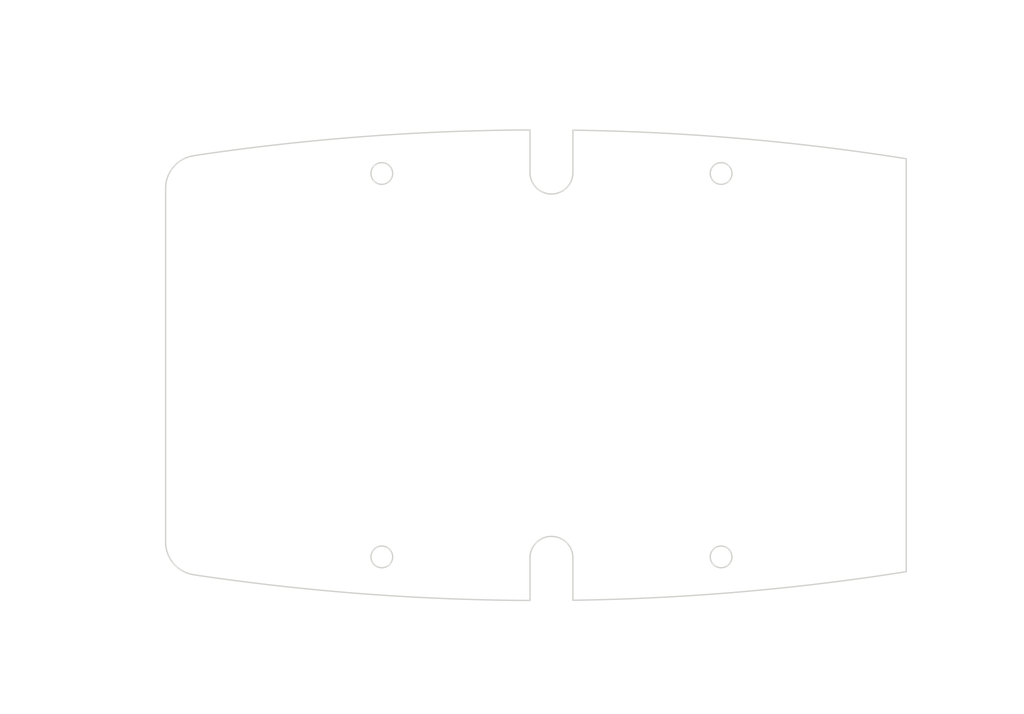
<source format=kicad_pcb>
(kicad_pcb (version 20171130) (host pcbnew "(5.1.0)-1")

  (general
    (thickness 1.6)
    (drawings 89)
    (tracks 0)
    (zones 0)
    (modules 0)
    (nets 1)
  )

  (page A4)
  (layers
    (0 F.Cu signal)
    (31 B.Cu signal)
    (32 B.Adhes user)
    (33 F.Adhes user)
    (34 B.Paste user)
    (35 F.Paste user)
    (36 B.SilkS user)
    (37 F.SilkS user)
    (38 B.Mask user)
    (39 F.Mask user)
    (40 Dwgs.User user)
    (41 Cmts.User user)
    (42 Eco1.User user)
    (43 Eco2.User user)
    (44 Edge.Cuts user)
    (45 Margin user)
    (46 B.CrtYd user)
    (47 F.CrtYd user)
    (48 B.Fab user)
    (49 F.Fab user)
  )

  (setup
    (last_trace_width 0.25)
    (trace_clearance 0.2)
    (zone_clearance 0.508)
    (zone_45_only no)
    (trace_min 0.2)
    (via_size 0.8)
    (via_drill 0.4)
    (via_min_size 0.4)
    (via_min_drill 0.3)
    (uvia_size 0.3)
    (uvia_drill 0.1)
    (uvias_allowed no)
    (uvia_min_size 0.2)
    (uvia_min_drill 0.1)
    (edge_width 0.05)
    (segment_width 0.2)
    (pcb_text_width 0.3)
    (pcb_text_size 1.5 1.5)
    (mod_edge_width 0.12)
    (mod_text_size 1 1)
    (mod_text_width 0.15)
    (pad_size 1.524 1.524)
    (pad_drill 0.762)
    (pad_to_mask_clearance 0.051)
    (solder_mask_min_width 0.25)
    (aux_axis_origin 0 0)
    (visible_elements FFFFEF7F)
    (pcbplotparams
      (layerselection 0x010fc_ffffffff)
      (usegerberextensions false)
      (usegerberattributes false)
      (usegerberadvancedattributes false)
      (creategerberjobfile false)
      (excludeedgelayer true)
      (linewidth 0.152400)
      (plotframeref false)
      (viasonmask false)
      (mode 1)
      (useauxorigin false)
      (hpglpennumber 1)
      (hpglpenspeed 20)
      (hpglpendiameter 15.000000)
      (psnegative false)
      (psa4output false)
      (plotreference true)
      (plotvalue true)
      (plotinvisibletext false)
      (padsonsilk false)
      (subtractmaskfromsilk false)
      (outputformat 1)
      (mirror false)
      (drillshape 1)
      (scaleselection 1)
      (outputdirectory ""))
  )

  (net 0 "")

  (net_class Default "This is the default net class."
    (clearance 0.2)
    (trace_width 0.25)
    (via_dia 0.8)
    (via_drill 0.4)
    (uvia_dia 0.3)
    (uvia_drill 0.1)
  )

  (gr_line (start 96.048596 121.996164) (end 96.92339 122.137733) (layer Dwgs.User) (width 0.2))
  (gr_text [2.73] (at 77.328985 101.794513) (layer Dwgs.User)
    (effects (font (size 1.666666 1.499999) (thickness 0.208333)))
  )
  (gr_text " 69.34" (at 77.328985 98.541557) (layer Dwgs.User)
    (effects (font (size 1.666666 1.499999) (thickness 0.208333)))
  )
  (gr_line (start 77.328985 124.13649) (end 77.328985 103.312703) (layer Dwgs.User) (width 0.2))
  (gr_line (start 77.328985 58.133319) (end 77.328985 96.806791) (layer Dwgs.User) (width 0.2))
  (gr_line (start 144.828985 125.803156) (end 74.683152 125.803156) (layer Dwgs.User) (width 0.2))
  (gr_line (start 144.828985 56.466652) (end 74.683152 56.466652) (layer Dwgs.User) (width 0.2))
  (gr_text [2.44] (at 84.299764 85.644381) (layer Dwgs.User)
    (effects (font (size 1.666666 1.499999) (thickness 0.208333)))
  )
  (gr_text " 61.86" (at 84.299764 82.391993) (layer Dwgs.User)
    (effects (font (size 1.666666 1.499999) (thickness 0.208333)))
  )
  (gr_line (start 84.299764 120.471066) (end 84.299764 87.162002) (layer Dwgs.User) (width 0.2))
  (gr_line (start 84.299764 61.940311) (end 84.299764 80.657227) (layer Dwgs.User) (width 0.2))
  (gr_line (start 96.090057 122.137733) (end 81.65393 122.137733) (layer Dwgs.User) (width 0.2))
  (gr_line (start 95.215262 60.273644) (end 81.65393 60.273644) (layer Dwgs.User) (width 0.2))
  (gr_text [2.40] (at 214.525997 99.510458) (layer Dwgs.User)
    (effects (font (size 1.666666 1.499999) (thickness 0.208333)))
  )
  (gr_text " 60.86" (at 214.525997 96.25807) (layer Dwgs.User)
    (effects (font (size 1.666666 1.499999) (thickness 0.208333)))
  )
  (gr_line (start 214.525997 119.896801) (end 214.525997 101.028079) (layer Dwgs.User) (width 0.2))
  (gr_line (start 214.525997 62.373007) (end 214.525997 94.523304) (layer Dwgs.User) (width 0.2))
  (gr_line (start 201.936075 121.563468) (end 217.17183 121.563468) (layer Dwgs.User) (width 0.2))
  (gr_line (start 201.936075 60.70634) (end 217.17183 60.70634) (layer Dwgs.User) (width 0.2))
  (gr_text [2.22] (at 207.185973 92.86967) (layer Dwgs.User)
    (effects (font (size 1.666666 1.499999) (thickness 0.208333)))
  )
  (gr_text " 56.50" (at 207.185973 89.617282) (layer Dwgs.User)
    (effects (font (size 1.666666 1.499999) (thickness 0.208333)))
  )
  (gr_line (start 207.185973 117.718237) (end 207.185973 94.387292) (layer Dwgs.User) (width 0.2))
  (gr_line (start 207.185973 64.551571) (end 207.185973 87.882517) (layer Dwgs.User) (width 0.2))
  (gr_line (start 174.658377 119.384904) (end 209.831806 119.384904) (layer Dwgs.User) (width 0.2))
  (gr_line (start 174.658377 62.884904) (end 209.831806 62.884904) (layer Dwgs.User) (width 0.2))
  (gr_text [2.24] (at 140.49171 97.022883) (layer Dwgs.User)
    (effects (font (size 1.666666 1.499999) (thickness 0.208333)))
  )
  (gr_text " 56.78" (at 140.49171 93.770495) (layer Dwgs.User)
    (effects (font (size 1.666666 1.499999) (thickness 0.208333)))
  )
  (gr_line (start 140.49171 117.859818) (end 140.49171 98.540504) (layer Dwgs.User) (width 0.2))
  (gr_line (start 140.49171 64.40999) (end 140.49171 92.03573) (layer Dwgs.User) (width 0.2))
  (gr_line (start 147.99171 119.526485) (end 137.845877 119.526485) (layer Dwgs.User) (width 0.2))
  (gr_line (start 147.99171 62.743324) (end 137.845877 62.743324) (layer Dwgs.User) (width 0.2))
  (gr_text [2.24] (at 122.96557 141.186233) (layer Dwgs.User)
    (effects (font (size 1.666666 1.499999) (thickness 0.208333)))
  )
  (gr_text " 56.86" (at 122.96557 137.933846) (layer Dwgs.User)
    (effects (font (size 1.666666 1.499999) (thickness 0.208333)))
  )
  (gr_line (start 147.158377 139.451467) (end 126.815502 139.451467) (layer Dwgs.User) (width 0.2))
  (gr_line (start 93.631393 139.451467) (end 119.115639 139.451467) (layer Dwgs.User) (width 0.2))
  (gr_line (start 148.825043 120.359818) (end 148.825043 142.097301) (layer Dwgs.User) (width 0.2))
  (gr_line (start 91.964726 118.031601) (end 91.964726 142.097301) (layer Dwgs.User) (width 0.2))
  (gr_text [2.06] (at 174.963893 141.186233) (layer Dwgs.User)
    (effects (font (size 1.666666 1.499999) (thickness 0.208333)))
  )
  (gr_text " 52.28" (at 174.963893 137.933846) (layer Dwgs.User)
    (effects (font (size 1.666666 1.499999) (thickness 0.208333)))
  )
  (gr_line (start 150.49171 139.451467) (end 171.111687 139.451467) (layer Dwgs.User) (width 0.2))
  (gr_line (start 199.436075 139.451467) (end 178.816098 139.451467) (layer Dwgs.User) (width 0.2))
  (gr_line (start 148.825043 120.359818) (end 148.825043 142.097301) (layer Dwgs.User) (width 0.2))
  (gr_line (start 201.102742 122.396801) (end 201.102742 142.097301) (layer Dwgs.User) (width 0.2))
  (gr_text [1.97] (at 148.825043 53.102567) (layer Dwgs.User)
    (effects (font (size 1.666666 1.499999) (thickness 0.208333)))
  )
  (gr_text " 50.00" (at 148.825043 49.850179) (layer Dwgs.User)
    (effects (font (size 1.666666 1.499999) (thickness 0.208333)))
  )
  (gr_line (start 172.158377 51.367801) (end 152.672701 51.367801) (layer Dwgs.User) (width 0.2))
  (gr_line (start 125.49171 51.367801) (end 144.977385 51.367801) (layer Dwgs.User) (width 0.2))
  (gr_line (start 173.825043 62.051571) (end 173.825043 48.721968) (layer Dwgs.User) (width 0.2))
  (gr_line (start 123.825043 62.051571) (end 123.825043 48.721968) (layer Dwgs.User) (width 0.2))
  (gr_text [1.07] (at 187.463893 54.107773) (layer Dwgs.User)
    (effects (font (size 1.666666 1.499999) (thickness 0.208333)))
  )
  (gr_text " 27.28" (at 187.463893 50.855385) (layer Dwgs.User)
    (effects (font (size 1.666666 1.499999) (thickness 0.208333)))
  )
  (gr_line (start 175.49171 52.373007) (end 183.611687 52.373007) (layer Dwgs.User) (width 0.2))
  (gr_line (start 199.436075 52.373007) (end 191.316098 52.373007) (layer Dwgs.User) (width 0.2))
  (gr_line (start 173.825043 62.051571) (end 173.825043 49.727174) (layer Dwgs.User) (width 0.2))
  (gr_line (start 201.102742 59.873007) (end 201.102742 49.727174) (layer Dwgs.User) (width 0.2))
  (gr_text [R13.60] (at 102.93939 41.909721) (layer Dwgs.User)
    (effects (font (size 1.666666 1.499999) (thickness 0.208333)))
  )
  (gr_text " R345.40" (at 102.93939 38.656765) (layer Dwgs.User)
    (effects (font (size 1.666666 1.499999) (thickness 0.208333)))
  )
  (gr_line (start 116.590305 40.174955) (end 117.928871 56.027558) (layer Dwgs.User) (width 0.2))
  (gr_line (start 108.275225 40.174955) (end 116.590305 40.174955) (layer Dwgs.User) (width 0.2))
  (gr_text [R0.19] (at 71.972526 49.149064) (layer Dwgs.User)
    (effects (font (size 1.666666 1.499999) (thickness 0.208333)))
  )
  (gr_text " R4.86" (at 71.972526 45.896676) (layer Dwgs.User)
    (effects (font (size 1.666666 1.499999) (thickness 0.208333)))
  )
  (gr_line (start 82.710903 47.414298) (end 92.749721 59.973182) (layer Dwgs.User) (width 0.2))
  (gr_line (start 76.237988 47.414298) (end 82.710903 47.414298) (layer Dwgs.User) (width 0.2))
  (gr_text [R0.12] (at 166.593839 109.084207) (layer Dwgs.User)
    (effects (font (size 1.666666 1.499999) (thickness 0.208333)))
  )
  (gr_text " R3.16" (at 166.593839 105.831251) (layer Dwgs.User)
    (effects (font (size 1.666666 1.499999) (thickness 0.208333)))
  )
  (gr_line (start 155.855463 107.349441) (end 151.239739 115.344109) (layer Dwgs.User) (width 0.2))
  (gr_line (start 162.328378 107.349441) (end 155.855463 107.349441) (layer Dwgs.User) (width 0.2))
  (gr_line (start 173.825043 119.459904) (end 173.825043 119.309904) (layer Dwgs.User) (width 0.2))
  (gr_line (start 173.750043 119.384904) (end 173.900043 119.384904) (layer Dwgs.User) (width 0.2))
  (gr_arc (start 96.825043 65.07154) (end 96.048596 60.273644) (angle -80.80747149) (layer Edge.Cuts) (width 0.2))
  (gr_line (start 96.92339 60.132075) (end 96.048596 60.273644) (layer Edge.Cuts) (width 0.2))
  (gr_arc (start 147.130915 401.866601) (end 145.662319 56.466652) (angle -8.114469176) (layer Edge.Cuts) (width 0.2))
  (gr_line (start 145.662319 62.743324) (end 145.662319 56.466652) (layer Edge.Cuts) (width 0.2))
  (gr_arc (start 148.825043 62.743324) (end 145.662319 62.743324) (angle -180) (layer Edge.Cuts) (width 0.2))
  (gr_line (start 151.987768 56.497679) (end 151.987768 62.743324) (layer Edge.Cuts) (width 0.2))
  (gr_arc (start 147.130915 401.866601) (end 201.102742 60.70634) (angle -8.184049622) (layer Edge.Cuts) (width 0.2))
  (gr_line (start 201.102742 121.563468) (end 201.102742 60.70634) (layer Edge.Cuts) (width 0.2))
  (gr_arc (start 147.130915 -219.596794) (end 151.987768 125.77213) (angle -8.184049622) (layer Edge.Cuts) (width 0.2))
  (gr_line (start 151.987768 119.526485) (end 151.987768 125.77213) (layer Edge.Cuts) (width 0.2))
  (gr_arc (start 148.825043 119.526485) (end 151.987768 119.526485) (angle -180) (layer Edge.Cuts) (width 0.2))
  (gr_line (start 145.662319 125.803156) (end 145.662319 119.526485) (layer Edge.Cuts) (width 0.2))
  (gr_arc (start 147.130915 -219.596794) (end 96.92339 122.137733) (angle -8.114469176) (layer Edge.Cuts) (width 0.2))
  (gr_line (start 96.048596 121.996164) (end 96.92339 122.137733) (layer Edge.Cuts) (width 0.2))
  (gr_arc (start 96.825043 117.198268) (end 91.964726 117.198268) (angle -80.80747149) (layer Edge.Cuts) (width 0.2))
  (gr_line (start 91.964726 65.07154) (end 91.964726 117.198268) (layer Edge.Cuts) (width 0.2))
  (gr_circle (center 173.825043 62.884904) (end 175.425043 62.884904) (layer Edge.Cuts) (width 0.2))
  (gr_circle (center 123.825043 62.884904) (end 125.425043 62.884904) (layer Edge.Cuts) (width 0.2))
  (gr_circle (center 123.825043 119.384904) (end 125.425043 119.384904) (layer Edge.Cuts) (width 0.2))
  (gr_circle (center 173.825043 119.384904) (end 175.425043 119.384904) (layer Edge.Cuts) (width 0.2))

)

</source>
